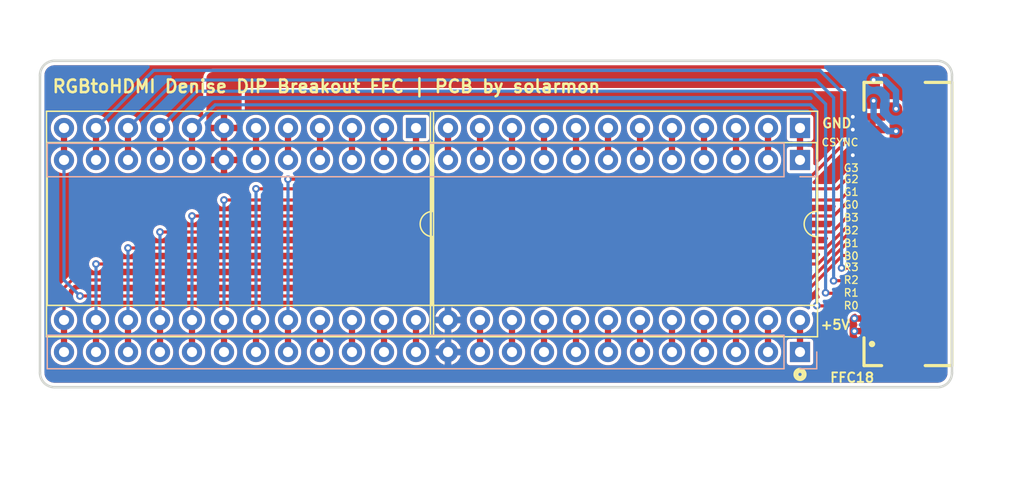
<source format=kicad_pcb>
(kicad_pcb (version 20171130) (host pcbnew "(5.1.9)-1")
  (title_block (title "RGBtoHDMI Denise Adapter - v2++ Rev 2 by solarmon") (date 2021-04-11) (rev "v2++ Rev 2"))
  (layers (0 F.Cu signal) (31 B.Cu signal) (34 B.Paste user) (35 F.Paste user) (36 B.SilkS user) (37 F.SilkS user) (38 B.Mask user) (39 F.Mask user) (44 Edge.Cuts user))
  (net 0 "")
  (net 1 GND)
  (net 2 /B0)
  (net 3 /R3)
  (net 4 /R2)
  (net 5 /R1)
  (net 6 /R0)
  (net 7 +5V)
  (net 8 "Net-(JDenise1-Pad18)")
  (net 9 "Net-(JDenise1-Pad17)")
  (net 10 "Net-(JDenise1-Pad16)")
  (net 11 "Net-(JDenise1-Pad15)")
  (net 12 "Net-(JDenise1-Pad14)")
  (net 13 "Net-(JDenise1-Pad12)")
  (net 14 "Net-(JDenise1-Pad11)")
  (net 15 /CDAC)
  (net 16 "Net-(JDenise1-Pad10)")
  (net 17 "Net-(JDenise1-Pad9)")
  (net 18 /CSYNC)
  (net 19 "Net-(JDenise1-Pad8)")
  (net 20 /G3)
  (net 21 "Net-(JDenise1-Pad7)")
  (net 22 /G2)
  (net 23 "Net-(JDenise1-Pad6)")
  (net 24 /G1)
  (net 25 "Net-(JDenise1-Pad5)")
  (net 26 /G0)
  (net 27 "Net-(JDenise1-Pad4)")
  (net 28 /B3)
  (net 29 "Net-(JDenise1-Pad3)")
  (net 30 /B2)
  (net 31 "Net-(JDenise1-Pad2)")
  (net 32 /B1)
  (net 33 "Net-(JDenise1-Pad1)")
  (net 34 "Net-(JDenise1-Pad19)")
  (net 35 "Net-(JDenise1-Pad20)")
  (net 36 "Net-(JDenise1-Pad21)")
  (net 37 "Net-(JDenise1-Pad22)")
  (net 38 "Net-(JDenise1-Pad23)")
  (net 39 "Net-(JDenise1-Pad24)")
  (net 40 "Net-(JDenise2-Pad24)")
  (net 41 "Net-(JDenise2-Pad21)")
  (net 42 "Net-(JDenise2-Pad6)")
  (net 43 "Net-(JDenise2-Pad5)")
  (net 44 "Net-(JDenise2-Pad4)")
  (net 45 "Net-(JDenise2-Pad3)")
  (net 46 "Net-(JDenise2-Pad2)")
  (net 47 "Net-(JDenise2-Pad1)")
  (net 48 /7M)
  (module solarmon_library:FPC-SMD_X10B25U18T (layer F.Cu) (at 167.64 75.565 270)
    (fp_text reference FFC18 (at 12.192 -0.254) (layer F.SilkS) (effects (font (size 0.75 0.75)) (justify right)))
    (fp_text value Conn_01x18 hide)
    (fp_line (start -11.24 -0.764) (end -11.24 0.635) (layer F.SilkS) (width 0.254))
    (fp_line (start -11.24 0.635) (end -9.031 0.635) (layer F.SilkS) (width 0.254))
    (fp_line (start -11.24 -6.35) (end -11.24 -4.226) (layer F.SilkS) (width 0.254))
    (fp_line (start 11.24 -6.35) (end -11.24 -6.35) (layer F.SilkS) (width 0.254))
    (fp_line (start 11.24 0.635) (end 9.031 0.635) (layer F.SilkS) (width 0.254))
    (fp_line (start 11.24 -4.226) (end 11.24 -6.35) (layer F.SilkS) (width 0.254))
    (fp_line (start 11.24 0.635) (end 11.24 -0.764) (layer F.SilkS) (width 0.254))
    (fp_circle (center 9.525 0) (end 9.398 0) (layer F.SilkS) (width 0.254))
    (pad MP smd rect (at 11.25 -2.495 90) (size 2.5 3) (layers F.Cu F.Paste F.Mask) (net 1 GND))
    (pad MP smd rect (at -11.25 -2.495 90) (size 2.5 3) (layers F.Cu F.Paste F.Mask) (net 1 GND))
    (pad 18 smd rect (at -8.5 -0.045 90) (size 0.6 2) (layers F.Cu F.Paste F.Mask) (net 1 GND))
    (pad 17 smd rect (at -7.5 -0.045 90) (size 0.6 2) (layers F.Cu F.Paste F.Mask) (net 1 GND))
    (pad 16 smd rect (at -6.5 -0.045 90) (size 0.6 2) (layers F.Cu F.Paste F.Mask) (net 18 /CSYNC))
    (pad 15 smd rect (at -5.5 -0.045 90) (size 0.6 2) (layers F.Cu F.Paste F.Mask) (net 1 GND))
    (pad 14 smd rect (at -4.5 -0.045 90) (size 0.6 2) (layers F.Cu F.Paste F.Mask) (net 20 /G3))
    (pad 13 smd rect (at -3.5 -0.045 90) (size 0.6 2) (layers F.Cu F.Paste F.Mask) (net 22 /G2))
    (pad 12 smd rect (at -2.5 -0.045 90) (size 0.6 2) (layers F.Cu F.Paste F.Mask) (net 24 /G1))
    (pad 11 smd rect (at -1.5 -0.045 90) (size 0.6 2) (layers F.Cu F.Paste F.Mask) (net 26 /G0))
    (pad 10 smd rect (at -0.5 -0.045 90) (size 0.6 2) (layers F.Cu F.Paste F.Mask) (net 28 /B3))
    (pad 9 smd rect (at 0.5 -0.045 90) (size 0.6 2) (layers F.Cu F.Paste F.Mask) (net 30 /B2))
    (pad 8 smd rect (at 1.5 -0.045 90) (size 0.6 2) (layers F.Cu F.Paste F.Mask) (net 32 /B1))
    (pad 7 smd rect (at 2.5 -0.045 90) (size 0.6 2) (layers F.Cu F.Paste F.Mask) (net 2 /B0))
    (pad 6 smd rect (at 3.5 -0.045 90) (size 0.6 2) (layers F.Cu F.Paste F.Mask) (net 3 /R3))
    (pad 5 smd rect (at 4.5 -0.045 90) (size 0.6 2) (layers F.Cu F.Paste F.Mask) (net 4 /R2))
    (pad 4 smd rect (at 5.5 -0.045 90) (size 0.6 2) (layers F.Cu F.Paste F.Mask) (net 5 /R1))
    (pad 3 smd rect (at 6.5 -0.045 90) (size 0.6 2) (layers F.Cu F.Paste F.Mask) (net 6 /R0))
    (pad 2 smd rect (at 7.5 -0.045 90) (size 0.6 2) (layers F.Cu F.Paste F.Mask) (net 7 +5V))
    (pad 1 smd rect (at 8.5 -0.045 90) (size 0.6 2) (layers F.Cu F.Paste F.Mask) (net 7 +5V))
  )
  (module solarmon_library:PinHeader_1x24_P2.54mm_Vertical_smaller (layer B.Cu) (at 161.925 85.725 90)
    (fp_text reference JMainBoard2 hide)
    (fp_text value Conn_01x24)
    (fp_line (start -1.33 1.33) (end 0 1.33) (layer B.SilkS) (width 0.12))
    (fp_line (start -1.33 0) (end -1.33 1.33) (layer B.SilkS) (width 0.12))
    (fp_line (start -1.33 -1.27) (end 1.33 -1.27) (layer B.SilkS) (width 0.12))
    (fp_line (start 1.33 -1.27) (end 1.33 -59.75) (layer B.SilkS) (width 0.12))
    (fp_line (start -1.33 -1.27) (end -1.33 -59.75) (layer B.SilkS) (width 0.12))
    (fp_line (start -1.33 -59.75) (end 1.33 -59.75) (layer B.SilkS) (width 0.12))
    (pad 24 thru_hole oval (at 0 -58.42 90) (size 1.6 1.6) (drill 0.8) (layers *.Cu *.Mask) (net 32 /B1))
    (pad 23 thru_hole oval (at 0 -55.88 90) (size 1.6 1.6) (drill 0.8) (layers *.Cu *.Mask) (net 30 /B2))
    (pad 22 thru_hole oval (at 0 -53.34 90) (size 1.6 1.6) (drill 0.8) (layers *.Cu *.Mask) (net 28 /B3))
    (pad 21 thru_hole oval (at 0 -50.8 90) (size 1.6 1.6) (drill 0.8) (layers *.Cu *.Mask) (net 26 /G0))
    (pad 20 thru_hole oval (at 0 -48.26 90) (size 1.6 1.6) (drill 0.8) (layers *.Cu *.Mask) (net 24 /G1))
    (pad 19 thru_hole oval (at 0 -45.72 90) (size 1.6 1.6) (drill 0.8) (layers *.Cu *.Mask) (net 22 /G2))
    (pad 18 thru_hole oval (at 0 -43.18 90) (size 1.6 1.6) (drill 0.8) (layers *.Cu *.Mask) (net 20 /G3))
    (pad 17 thru_hole oval (at 0 -40.64 90) (size 1.6 1.6) (drill 0.8) (layers *.Cu *.Mask) (net 18 /CSYNC))
    (pad 16 thru_hole oval (at 0 -38.1 90) (size 1.6 1.6) (drill 0.8) (layers *.Cu *.Mask) (net 41 "Net-(JDenise2-Pad21)"))
    (pad 15 thru_hole oval (at 0 -35.56 90) (size 1.6 1.6) (drill 0.8) (layers *.Cu *.Mask) (net 15 /CDAC))
    (pad 14 thru_hole oval (at 0 -33.02 90) (size 1.6 1.6) (drill 0.8) (layers *.Cu *.Mask) (net 48 /7M))
    (pad 13 thru_hole oval (at 0 -30.48 90) (size 1.6 1.6) (drill 0.8) (layers *.Cu *.Mask) (net 40 "Net-(JDenise2-Pad24)"))
    (pad 12 thru_hole oval (at 0 -27.94 90) (size 1.6 1.6) (drill 0.8) (layers *.Cu *.Mask) (net 1 GND))
    (pad 11 thru_hole oval (at 0 -25.4 90) (size 1.6 1.6) (drill 0.8) (layers *.Cu *.Mask) (net 12 "Net-(JDenise1-Pad14)"))
    (pad 10 thru_hole oval (at 0 -22.86 90) (size 1.6 1.6) (drill 0.8) (layers *.Cu *.Mask) (net 11 "Net-(JDenise1-Pad15)"))
    (pad 9 thru_hole oval (at 0 -20.32 90) (size 1.6 1.6) (drill 0.8) (layers *.Cu *.Mask) (net 10 "Net-(JDenise1-Pad16)"))
    (pad 8 thru_hole oval (at 0 -17.78 90) (size 1.6 1.6) (drill 0.8) (layers *.Cu *.Mask) (net 9 "Net-(JDenise1-Pad17)"))
    (pad 7 thru_hole oval (at 0 -15.24 90) (size 1.6 1.6) (drill 0.8) (layers *.Cu *.Mask) (net 8 "Net-(JDenise1-Pad18)"))
    (pad 6 thru_hole oval (at 0 -12.7 90) (size 1.6 1.6) (drill 0.8) (layers *.Cu *.Mask) (net 34 "Net-(JDenise1-Pad19)"))
    (pad 5 thru_hole oval (at 0 -10.16 90) (size 1.6 1.6) (drill 0.8) (layers *.Cu *.Mask) (net 35 "Net-(JDenise1-Pad20)"))
    (pad 4 thru_hole oval (at 0 -7.62 90) (size 1.6 1.6) (drill 0.8) (layers *.Cu *.Mask) (net 36 "Net-(JDenise1-Pad21)"))
    (pad 3 thru_hole oval (at 0 -5.08 90) (size 1.6 1.6) (drill 0.8) (layers *.Cu *.Mask) (net 37 "Net-(JDenise1-Pad22)"))
    (pad 2 thru_hole oval (at 0 -2.54 90) (size 1.6 1.6) (drill 0.8) (layers *.Cu *.Mask) (net 38 "Net-(JDenise1-Pad23)"))
    (pad 1 thru_hole rect (at 0 0 90) (size 1.6 1.6) (drill 0.8) (layers *.Cu *.Mask) (net 39 "Net-(JDenise1-Pad24)"))
  )
  (module solarmon_library:PinHeader_1x24_P2.54mm_Vertical_smaller (layer B.Cu) (at 161.925 70.485 90)
    (fp_text reference JMainBoard1 hide)
    (fp_text value Conn_01x24)
    (fp_line (start -1.33 1.33) (end 0 1.33) (layer B.SilkS) (width 0.12))
    (fp_line (start -1.33 0) (end -1.33 1.33) (layer B.SilkS) (width 0.12))
    (fp_line (start -1.33 -1.27) (end 1.33 -1.27) (layer B.SilkS) (width 0.12))
    (fp_line (start 1.33 -1.27) (end 1.33 -59.75) (layer B.SilkS) (width 0.12))
    (fp_line (start -1.33 -1.27) (end -1.33 -59.75) (layer B.SilkS) (width 0.12))
    (fp_line (start -1.33 -59.75) (end 1.33 -59.75) (layer B.SilkS) (width 0.12))
    (pad 24 thru_hole oval (at 0 -58.42 90) (size 1.6 1.6) (drill 0.8) (layers *.Cu *.Mask) (net 2 /B0))
    (pad 23 thru_hole oval (at 0 -55.88 90) (size 1.6 1.6) (drill 0.8) (layers *.Cu *.Mask) (net 3 /R3))
    (pad 22 thru_hole oval (at 0 -53.34 90) (size 1.6 1.6) (drill 0.8) (layers *.Cu *.Mask) (net 4 /R2))
    (pad 21 thru_hole oval (at 0 -50.8 90) (size 1.6 1.6) (drill 0.8) (layers *.Cu *.Mask) (net 5 /R1))
    (pad 20 thru_hole oval (at 0 -48.26 90) (size 1.6 1.6) (drill 0.8) (layers *.Cu *.Mask) (net 6 /R0))
    (pad 19 thru_hole oval (at 0 -45.72 90) (size 1.6 1.6) (drill 0.8) (layers *.Cu *.Mask) (net 7 +5V))
    (pad 18 thru_hole oval (at 0 -43.18 90) (size 1.6 1.6) (drill 0.8) (layers *.Cu *.Mask) (net 42 "Net-(JDenise2-Pad6)"))
    (pad 17 thru_hole oval (at 0 -40.64 90) (size 1.6 1.6) (drill 0.8) (layers *.Cu *.Mask) (net 43 "Net-(JDenise2-Pad5)"))
    (pad 16 thru_hole oval (at 0 -38.1 90) (size 1.6 1.6) (drill 0.8) (layers *.Cu *.Mask) (net 44 "Net-(JDenise2-Pad4)"))
    (pad 15 thru_hole oval (at 0 -35.56 90) (size 1.6 1.6) (drill 0.8) (layers *.Cu *.Mask) (net 45 "Net-(JDenise2-Pad3)"))
    (pad 14 thru_hole oval (at 0 -33.02 90) (size 1.6 1.6) (drill 0.8) (layers *.Cu *.Mask) (net 46 "Net-(JDenise2-Pad2)"))
    (pad 13 thru_hole oval (at 0 -30.48 90) (size 1.6 1.6) (drill 0.8) (layers *.Cu *.Mask) (net 47 "Net-(JDenise2-Pad1)"))
    (pad 12 thru_hole oval (at 0 -27.94 90) (size 1.6 1.6) (drill 0.8) (layers *.Cu *.Mask) (net 13 "Net-(JDenise1-Pad12)"))
    (pad 11 thru_hole oval (at 0 -25.4 90) (size 1.6 1.6) (drill 0.8) (layers *.Cu *.Mask) (net 14 "Net-(JDenise1-Pad11)"))
    (pad 10 thru_hole oval (at 0 -22.86 90) (size 1.6 1.6) (drill 0.8) (layers *.Cu *.Mask) (net 16 "Net-(JDenise1-Pad10)"))
    (pad 9 thru_hole oval (at 0 -20.32 90) (size 1.6 1.6) (drill 0.8) (layers *.Cu *.Mask) (net 17 "Net-(JDenise1-Pad9)"))
    (pad 8 thru_hole oval (at 0 -17.78 90) (size 1.6 1.6) (drill 0.8) (layers *.Cu *.Mask) (net 19 "Net-(JDenise1-Pad8)"))
    (pad 7 thru_hole oval (at 0 -15.24 90) (size 1.6 1.6) (drill 0.8) (layers *.Cu *.Mask) (net 21 "Net-(JDenise1-Pad7)"))
    (pad 6 thru_hole oval (at 0 -12.7 90) (size 1.6 1.6) (drill 0.8) (layers *.Cu *.Mask) (net 23 "Net-(JDenise1-Pad6)"))
    (pad 5 thru_hole oval (at 0 -10.16 90) (size 1.6 1.6) (drill 0.8) (layers *.Cu *.Mask) (net 25 "Net-(JDenise1-Pad5)"))
    (pad 4 thru_hole oval (at 0 -7.62 90) (size 1.6 1.6) (drill 0.8) (layers *.Cu *.Mask) (net 27 "Net-(JDenise1-Pad4)"))
    (pad 3 thru_hole oval (at 0 -5.08 90) (size 1.6 1.6) (drill 0.8) (layers *.Cu *.Mask) (net 29 "Net-(JDenise1-Pad3)"))
    (pad 2 thru_hole oval (at 0 -2.54 90) (size 1.6 1.6) (drill 0.8) (layers *.Cu *.Mask) (net 31 "Net-(JDenise1-Pad2)"))
    (pad 1 thru_hole rect (at 0 0 90) (size 1.6 1.6) (drill 0.8) (layers *.Cu *.Mask) (net 33 "Net-(JDenise1-Pad1)"))
  )
  (module Package_DIP:DIP-24_W15.24mm_Socket (layer F.Cu) (at 161.925 67.945 270)
    (fp_text reference JDenise1 hide)
    (fp_text value Conn_02x12_Counter_Clockwise)
    (fp_line (start 6.62 -1.33) (end 1.16 -1.33) (layer F.SilkS) (width 0.12))
    (fp_line (start 1.16 -1.33) (end 1.16 29.27) (layer F.SilkS) (width 0.12))
    (fp_line (start 1.16 29.27) (end 14.08 29.27) (layer F.SilkS) (width 0.12))
    (fp_line (start 14.08 29.27) (end 14.08 -1.33) (layer F.SilkS) (width 0.12))
    (fp_line (start 14.08 -1.33) (end 8.62 -1.33) (layer F.SilkS) (width 0.12))
    (fp_line (start -1.33 -1.39) (end -1.33 29.33) (layer F.SilkS) (width 0.12))
    (fp_line (start -1.33 29.33) (end 16.57 29.33) (layer F.SilkS) (width 0.12))
    (fp_line (start 16.57 29.33) (end 16.57 -1.39) (layer F.SilkS) (width 0.12))
    (fp_line (start 16.57 -1.39) (end -1.33 -1.39) (layer F.SilkS) (width 0.12))
    (fp_arc (start 7.62 -1.33) (end 6.62 -1.33) (angle -180) (layer F.SilkS) (width 0.12))
    (pad 1 thru_hole rect (at 0 0 270) (size 1.6 1.6) (drill 0.8) (layers *.Cu *.Mask) (net 33 "Net-(JDenise1-Pad1)"))
    (pad 13 thru_hole oval (at 15.24 27.94 270) (size 1.6 1.6) (drill 0.8) (layers *.Cu *.Mask) (net 1 GND))
    (pad 2 thru_hole oval (at 0 2.54 270) (size 1.6 1.6) (drill 0.8) (layers *.Cu *.Mask) (net 31 "Net-(JDenise1-Pad2)"))
    (pad 14 thru_hole oval (at 15.24 25.4 270) (size 1.6 1.6) (drill 0.8) (layers *.Cu *.Mask) (net 12 "Net-(JDenise1-Pad14)"))
    (pad 3 thru_hole oval (at 0 5.08 270) (size 1.6 1.6) (drill 0.8) (layers *.Cu *.Mask) (net 29 "Net-(JDenise1-Pad3)"))
    (pad 15 thru_hole oval (at 15.24 22.86 270) (size 1.6 1.6) (drill 0.8) (layers *.Cu *.Mask) (net 11 "Net-(JDenise1-Pad15)"))
    (pad 4 thru_hole oval (at 0 7.62 270) (size 1.6 1.6) (drill 0.8) (layers *.Cu *.Mask) (net 27 "Net-(JDenise1-Pad4)"))
    (pad 16 thru_hole oval (at 15.24 20.32 270) (size 1.6 1.6) (drill 0.8) (layers *.Cu *.Mask) (net 10 "Net-(JDenise1-Pad16)"))
    (pad 5 thru_hole oval (at 0 10.16 270) (size 1.6 1.6) (drill 0.8) (layers *.Cu *.Mask) (net 25 "Net-(JDenise1-Pad5)"))
    (pad 17 thru_hole oval (at 15.24 17.78 270) (size 1.6 1.6) (drill 0.8) (layers *.Cu *.Mask) (net 9 "Net-(JDenise1-Pad17)"))
    (pad 6 thru_hole oval (at 0 12.7 270) (size 1.6 1.6) (drill 0.8) (layers *.Cu *.Mask) (net 23 "Net-(JDenise1-Pad6)"))
    (pad 18 thru_hole oval (at 15.24 15.24 270) (size 1.6 1.6) (drill 0.8) (layers *.Cu *.Mask) (net 8 "Net-(JDenise1-Pad18)"))
    (pad 7 thru_hole oval (at 0 15.24 270) (size 1.6 1.6) (drill 0.8) (layers *.Cu *.Mask) (net 21 "Net-(JDenise1-Pad7)"))
    (pad 19 thru_hole oval (at 15.24 12.7 270) (size 1.6 1.6) (drill 0.8) (layers *.Cu *.Mask) (net 34 "Net-(JDenise1-Pad19)"))
    (pad 8 thru_hole oval (at 0 17.78 270) (size 1.6 1.6) (drill 0.8) (layers *.Cu *.Mask) (net 19 "Net-(JDenise1-Pad8)"))
    (pad 20 thru_hole oval (at 15.24 10.16 270) (size 1.6 1.6) (drill 0.8) (layers *.Cu *.Mask) (net 35 "Net-(JDenise1-Pad20)"))
    (pad 9 thru_hole oval (at 0 20.32 270) (size 1.6 1.6) (drill 0.8) (layers *.Cu *.Mask) (net 17 "Net-(JDenise1-Pad9)"))
    (pad 21 thru_hole oval (at 15.24 7.62 270) (size 1.6 1.6) (drill 0.8) (layers *.Cu *.Mask) (net 36 "Net-(JDenise1-Pad21)"))
    (pad 10 thru_hole oval (at 0 22.86 270) (size 1.6 1.6) (drill 0.8) (layers *.Cu *.Mask) (net 16 "Net-(JDenise1-Pad10)"))
    (pad 22 thru_hole oval (at 15.24 5.08 270) (size 1.6 1.6) (drill 0.8) (layers *.Cu *.Mask) (net 37 "Net-(JDenise1-Pad22)"))
    (pad 11 thru_hole oval (at 0 25.4 270) (size 1.6 1.6) (drill 0.8) (layers *.Cu *.Mask) (net 14 "Net-(JDenise1-Pad11)"))
    (pad 23 thru_hole oval (at 15.24 2.54 270) (size 1.6 1.6) (drill 0.8) (layers *.Cu *.Mask) (net 38 "Net-(JDenise1-Pad23)"))
    (pad 12 thru_hole oval (at 0 27.94 270) (size 1.6 1.6) (drill 0.8) (layers *.Cu *.Mask) (net 13 "Net-(JDenise1-Pad12)"))
    (pad 24 thru_hole oval (at 15.24 0 270) (size 1.6 1.6) (drill 0.8) (layers *.Cu *.Mask) (net 39 "Net-(JDenise1-Pad24)"))
  )
  (module Package_DIP:DIP-24_W15.24mm_Socket (layer F.Cu) (at 131.445 67.945 270)
    (fp_text reference JDenise2 hide)
    (fp_text value Conn_02x12_Counter_Clockwise)
    (fp_line (start 6.62 -1.33) (end 1.16 -1.33) (layer F.SilkS) (width 0.12))
    (fp_line (start 1.16 -1.33) (end 1.16 29.27) (layer F.SilkS) (width 0.12))
    (fp_line (start 1.16 29.27) (end 14.08 29.27) (layer F.SilkS) (width 0.12))
    (fp_line (start 14.08 29.27) (end 14.08 -1.33) (layer F.SilkS) (width 0.12))
    (fp_line (start 14.08 -1.33) (end 8.62 -1.33) (layer F.SilkS) (width 0.12))
    (fp_line (start -1.33 -1.39) (end -1.33 29.33) (layer F.SilkS) (width 0.12))
    (fp_line (start -1.33 29.33) (end 16.57 29.33) (layer F.SilkS) (width 0.12))
    (fp_line (start 16.57 29.33) (end 16.57 -1.39) (layer F.SilkS) (width 0.12))
    (fp_line (start 16.57 -1.39) (end -1.33 -1.39) (layer F.SilkS) (width 0.12))
    (fp_arc (start 7.62 -1.33) (end 6.62 -1.33) (angle -180) (layer F.SilkS) (width 0.12))
    (pad 1 thru_hole rect (at 0 0 270) (size 1.6 1.6) (drill 0.8) (layers *.Cu *.Mask) (net 47 "Net-(JDenise2-Pad1)"))
    (pad 13 thru_hole oval (at 15.24 27.94 270) (size 1.6 1.6) (drill 0.8) (layers *.Cu *.Mask) (net 32 /B1))
    (pad 2 thru_hole oval (at 0 2.54 270) (size 1.6 1.6) (drill 0.8) (layers *.Cu *.Mask) (net 46 "Net-(JDenise2-Pad2)"))
    (pad 14 thru_hole oval (at 15.24 25.4 270) (size 1.6 1.6) (drill 0.8) (layers *.Cu *.Mask) (net 30 /B2))
    (pad 3 thru_hole oval (at 0 5.08 270) (size 1.6 1.6) (drill 0.8) (layers *.Cu *.Mask) (net 45 "Net-(JDenise2-Pad3)"))
    (pad 15 thru_hole oval (at 15.24 22.86 270) (size 1.6 1.6) (drill 0.8) (layers *.Cu *.Mask) (net 28 /B3))
    (pad 4 thru_hole oval (at 0 7.62 270) (size 1.6 1.6) (drill 0.8) (layers *.Cu *.Mask) (net 44 "Net-(JDenise2-Pad4)"))
    (pad 16 thru_hole oval (at 15.24 20.32 270) (size 1.6 1.6) (drill 0.8) (layers *.Cu *.Mask) (net 26 /G0))
    (pad 5 thru_hole oval (at 0 10.16 270) (size 1.6 1.6) (drill 0.8) (layers *.Cu *.Mask) (net 43 "Net-(JDenise2-Pad5)"))
    (pad 17 thru_hole oval (at 15.24 17.78 270) (size 1.6 1.6) (drill 0.8) (layers *.Cu *.Mask) (net 24 /G1))
    (pad 6 thru_hole oval (at 0 12.7 270) (size 1.6 1.6) (drill 0.8) (layers *.Cu *.Mask) (net 42 "Net-(JDenise2-Pad6)"))
    (pad 18 thru_hole oval (at 15.24 15.24 270) (size 1.6 1.6) (drill 0.8) (layers *.Cu *.Mask) (net 22 /G2))
    (pad 7 thru_hole oval (at 0 15.24 270) (size 1.6 1.6) (drill 0.8) (layers *.Cu *.Mask) (net 7 +5V))
    (pad 19 thru_hole oval (at 15.24 12.7 270) (size 1.6 1.6) (drill 0.8) (layers *.Cu *.Mask) (net 20 /G3))
    (pad 8 thru_hole oval (at 0 17.78 270) (size 1.6 1.6) (drill 0.8) (layers *.Cu *.Mask) (net 6 /R0))
    (pad 20 thru_hole oval (at 15.24 10.16 270) (size 1.6 1.6) (drill 0.8) (layers *.Cu *.Mask) (net 18 /CSYNC))
    (pad 9 thru_hole oval (at 0 20.32 270) (size 1.6 1.6) (drill 0.8) (layers *.Cu *.Mask) (net 5 /R1))
    (pad 21 thru_hole oval (at 15.24 7.62 270) (size 1.6 1.6) (drill 0.8) (layers *.Cu *.Mask) (net 41 "Net-(JDenise2-Pad21)"))
    (pad 10 thru_hole oval (at 0 22.86 270) (size 1.6 1.6) (drill 0.8) (layers *.Cu *.Mask) (net 4 /R2))
    (pad 22 thru_hole oval (at 15.24 5.08 270) (size 1.6 1.6) (drill 0.8) (layers *.Cu *.Mask) (net 15 /CDAC))
    (pad 11 thru_hole oval (at 0 25.4 270) (size 1.6 1.6) (drill 0.8) (layers *.Cu *.Mask) (net 3 /R3))
    (pad 23 thru_hole oval (at 15.24 2.54 270) (size 1.6 1.6) (drill 0.8) (layers *.Cu *.Mask) (net 48 /7M))
    (pad 12 thru_hole oval (at 0 27.94 270) (size 1.6 1.6) (drill 0.8) (layers *.Cu *.Mask) (net 2 /B0))
    (pad 24 thru_hole oval (at 15.24 0 270) (size 1.6 1.6) (drill 0.8) (layers *.Cu *.Mask) (net 40 "Net-(JDenise2-Pad24)"))
  )
  (gr_text "RGBtoHDMI Denise DIP Breakout FFC | PCB by solarmon" (at 124.333 64.643) (layer F.SilkS) (effects (font (size 1 1) (thickness 0.2))))
  (gr_text R2 (at 165.989 80.01) (layer F.SilkS) (effects (font (size 0.6 0.6) (thickness 0.1))))
  (gr_text R3 (at 165.989 78.994) (layer F.SilkS) (effects (font (size 0.6 0.6) (thickness 0.1))))
  (gr_text R0 (at 165.989 82.042) (layer F.SilkS) (effects (font (size 0.6 0.6) (thickness 0.1))))
  (gr_text R1 (at 165.989 81.026) (layer F.SilkS) (effects (font (size 0.6 0.6) (thickness 0.1))))
  (gr_text B3 (at 165.989 75.057) (layer F.SilkS) (effects (font (size 0.6 0.6) (thickness 0.1))))
  (gr_text B2 (at 165.989 76.073) (layer F.SilkS) (effects (font (size 0.6 0.6) (thickness 0.1))))
  (gr_text B1 (at 165.989 77.089) (layer F.SilkS) (effects (font (size 0.6 0.6) (thickness 0.1))))
  (gr_text B0 (at 165.989 78.105) (layer F.SilkS) (effects (font (size 0.6 0.6) (thickness 0.1))))
  (gr_text G0 (at 165.989 74.041) (layer F.SilkS) (effects (font (size 0.6 0.6) (thickness 0.1))))
  (gr_text G1 (at 165.989 73.025) (layer F.SilkS) (effects (font (size 0.6 0.6) (thickness 0.1))))
  (gr_text G2 (at 165.989 72.009) (layer F.SilkS) (effects (font (size 0.6 0.6) (thickness 0.1))))
  (gr_text G3 (at 165.989 71.12) (layer F.SilkS) (effects (font (size 0.6 0.6) (thickness 0.1))))
  (gr_text CSYNC (at 165.1 69.088) (layer F.SilkS) (effects (font (size 0.6 0.6) (thickness 0.1))))
  (gr_text GND (at 164.846 67.564) (layer F.SilkS) (effects (font (size 0.75 0.75))))
  (gr_text +5V (at 164.719 83.566) (layer F.SilkS) (effects (font (size 0.75 0.75))))
  (gr_circle (center 161.925 87.503) (end 161.925 87.63) (layer F.SilkS) (width 0.4))
  (gr_arc (start 102.743 63.754) (end 102.743 62.611) (angle -90) (layer Edge.Cuts) (width 0.2))
  (gr_arc (start 102.743 87.376) (end 101.6 87.376) (angle -90) (layer Edge.Cuts) (width 0.2))
  (gr_arc (start 172.847 87.376) (end 172.847 88.519) (angle -90) (layer Edge.Cuts) (width 0.2))
  (gr_arc (start 172.847 63.754) (end 173.99 63.754) (angle -90) (layer Edge.Cuts) (width 0.2))
  (gr_line (start 172.847 88.519) (end 102.743 88.519) (layer Edge.Cuts) (width 0.2))
  (gr_line (start 173.99 63.754) (end 173.99 87.376) (layer Edge.Cuts) (width 0.2))
  (gr_line (start 172.847 62.611) (end 102.743 62.611) (layer Edge.Cuts) (width 0.2))
  (gr_line (start 101.6 63.754) (end 101.6 87.376) (layer Edge.Cuts) (width 0.2))
  (via (at 166.116 68.072) (size 0.6) (drill 0.3) (layers F.Cu B.Cu) (net 1))
  (via (at 166.116 70.104) (size 0.6) (drill 0.3) (layers F.Cu B.Cu) (net 1))
  (via (at 166.116 67.056) (size 0.6) (drill 0.3) (layers F.Cu B.Cu) (net 1))
  (segment (start 103.505 67.945) (end 103.505 70.485) (width 0.5) (layer F.Cu) (net 2))
  (via (at 104.775 81.28) (size 0.6) (drill 0.3) (layers F.Cu B.Cu) (net 2))
  (segment (start 103.505 70.485) (end 103.505 80.01) (width 0.25) (layer B.Cu) (net 2))
  (segment (start 103.505 80.01) (end 104.775 81.28) (width 0.25) (layer B.Cu) (net 2))
  (segment (start 162.079496 81.28) (end 104.775 81.28) (width 0.25) (layer F.Cu) (net 2))
  (segment (start 165.294496 78.065) (end 162.079496 81.28) (width 0.25) (layer F.Cu) (net 2))
  (segment (start 167.365 78.065) (end 165.294496 78.065) (width 0.25) (layer F.Cu) (net 2))
  (segment (start 106.045 67.945) (end 106.045 70.485) (width 0.5) (layer F.Cu) (net 3))
  (segment (start 165.227 65.0875) (end 165.227 79.0575) (width 0.25) (layer B.Cu) (net 3))
  (segment (start 165.2345 79.065) (end 165.227 79.0575) (width 0.25) (layer F.Cu) (net 3))
  (segment (start 167.365 79.065) (end 165.2345 79.065) (width 0.25) (layer F.Cu) (net 3))
  (segment (start 110.617 63.373) (end 163.5125 63.373) (width 0.25) (layer B.Cu) (net 3))
  (segment (start 106.045 67.945) (end 110.617 63.373) (width 0.25) (layer B.Cu) (net 3))
  (via (at 165.227 79.0575) (size 0.6) (drill 0.3) (layers F.Cu B.Cu) (net 3))
  (segment (start 163.5125 63.373) (end 165.227 65.0875) (width 0.25) (layer B.Cu) (net 3))
  (segment (start 108.585 67.945) (end 108.585 70.485) (width 0.5) (layer F.Cu) (net 4))
  (segment (start 164.591998 65.533409) (end 164.591998 80.0735) (width 0.25) (layer B.Cu) (net 4))
  (segment (start 164.600498 80.065) (end 164.591998 80.0735) (width 0.25) (layer F.Cu) (net 4))
  (via (at 164.591998 80.0735) (size 0.6) (drill 0.3) (layers F.Cu B.Cu) (net 4))
  (segment (start 108.585 67.945) (end 112.395 64.135) (width 0.25) (layer B.Cu) (net 4))
  (segment (start 167.365 80.065) (end 164.600498 80.065) (width 0.25) (layer F.Cu) (net 4))
  (segment (start 112.395 64.135) (end 163.193589 64.135) (width 0.25) (layer B.Cu) (net 4))
  (segment (start 163.193589 64.135) (end 164.591998 65.533409) (width 0.25) (layer B.Cu) (net 4))
  (segment (start 111.125 67.945) (end 111.125 70.485) (width 0.5) (layer F.Cu) (net 5))
  (segment (start 167.365 81.065) (end 163.996 81.065) (width 0.25) (layer F.Cu) (net 5))
  (segment (start 163.996 81.065) (end 163.957 81.026) (width 0.25) (layer F.Cu) (net 5))
  (via (at 163.957 81.026) (size 0.6) (drill 0.3) (layers F.Cu B.Cu) (net 5))
  (segment (start 163.957 79.656498) (end 163.957 81.026) (width 0.25) (layer B.Cu) (net 5))
  (segment (start 163.957 66.04) (end 163.957 79.656498) (width 0.25) (layer B.Cu) (net 5))
  (segment (start 162.941 65.024) (end 163.957 66.04) (width 0.25) (layer B.Cu) (net 5))
  (segment (start 114.046 65.024) (end 162.941 65.024) (width 0.25) (layer B.Cu) (net 5))
  (segment (start 111.125 67.945) (end 114.046 65.024) (width 0.25) (layer B.Cu) (net 5))
  (segment (start 113.665 67.945) (end 113.665 70.485) (width 0.5) (layer F.Cu) (net 6))
  (segment (start 163.2585 66.6115) (end 163.2585 82.042) (width 0.25) (layer B.Cu) (net 6))
  (segment (start 115.5065 66.1035) (end 162.7505 66.1035) (width 0.25) (layer B.Cu) (net 6))
  (segment (start 113.665 67.945) (end 115.5065 66.1035) (width 0.25) (layer B.Cu) (net 6))
  (segment (start 163.2815 82.065) (end 163.2585 82.042) (width 0.25) (layer F.Cu) (net 6))
  (segment (start 162.7505 66.1035) (end 163.2585 66.6115) (width 0.25) (layer B.Cu) (net 6))
  (segment (start 167.365 82.065) (end 163.2815 82.065) (width 0.25) (layer F.Cu) (net 6))
  (via (at 163.2585 82.042) (size 0.6) (drill 0.3) (layers F.Cu B.Cu) (net 6))
  (segment (start 167.358 83.058) (end 167.365 83.065) (width 0.25) (layer F.Cu) (net 7))
  (via (at 166.243 83.058) (size 0.6) (drill 0.3) (layers F.Cu B.Cu) (net 7))
  (via (at 166.243 84.074) (size 0.6) (drill 0.3) (layers F.Cu B.Cu) (net 7))
  (via (at 169.545 66.421) (size 0.6) (drill 0.3) (layers F.Cu B.Cu) (net 7))
  (via (at 167.767 64.135) (size 0.6) (drill 0.3) (layers F.Cu B.Cu) (net 7))
  (segment (start 169.545 65.024) (end 169.545 66.421) (width 0.5) (layer B.Cu) (net 7))
  (segment (start 168.656 64.135) (end 169.545 65.024) (width 0.5) (layer B.Cu) (net 7))
  (segment (start 167.767 64.135) (end 168.656 64.135) (width 0.5) (layer B.Cu) (net 7))
  (via (at 167.767 65.786) (size 0.6) (drill 0.3) (layers F.Cu B.Cu) (net 7))
  (via (at 169.545 68.199) (size 0.6) (drill 0.3) (layers F.Cu B.Cu) (net 7))
  (segment (start 168.91 68.199) (end 169.545 68.199) (width 0.5) (layer B.Cu) (net 7))
  (segment (start 167.767 67.056) (end 168.91 68.199) (width 0.5) (layer B.Cu) (net 7))
  (segment (start 167.767 65.786) (end 167.767 67.056) (width 0.5) (layer B.Cu) (net 7))
  (segment (start 146.685 83.185) (end 146.685 85.725) (width 0.5) (layer F.Cu) (net 8))
  (segment (start 144.145 83.185) (end 144.145 85.725) (width 0.5) (layer F.Cu) (net 9))
  (segment (start 141.605 83.185) (end 141.605 85.725) (width 0.5) (layer F.Cu) (net 10))
  (segment (start 139.065 83.185) (end 139.065 85.725) (width 0.5) (layer F.Cu) (net 11))
  (segment (start 136.525 83.185) (end 136.525 85.725) (width 0.5) (layer F.Cu) (net 12))
  (segment (start 133.985 67.945) (end 133.985 70.485) (width 0.5) (layer F.Cu) (net 13))
  (segment (start 136.525 67.945) (end 136.525 70.485) (width 0.5) (layer F.Cu) (net 14))
  (segment (start 126.365 83.185) (end 126.365 85.725) (width 0.5) (layer F.Cu) (net 15))
  (segment (start 139.065 67.945) (end 139.065 70.485) (width 0.5) (layer F.Cu) (net 16))
  (segment (start 141.605 67.945) (end 141.605 70.485) (width 0.5) (layer F.Cu) (net 17))
  (segment (start 121.285 83.185) (end 121.285 85.725) (width 0.5) (layer F.Cu) (net 18))
  (via (at 121.285 72.009) (size 0.6) (drill 0.3) (layers F.Cu B.Cu) (net 18))
  (segment (start 121.285 83.185) (end 121.285 72.009) (width 0.25) (layer B.Cu) (net 18))
  (segment (start 165.530002 69.065) (end 167.365 69.065) (width 0.25) (layer F.Cu) (net 18))
  (segment (start 162.586002 72.009) (end 165.530002 69.065) (width 0.25) (layer F.Cu) (net 18))
  (segment (start 121.285 72.009) (end 162.586002 72.009) (width 0.25) (layer F.Cu) (net 18))
  (segment (start 144.145 67.945) (end 144.145 70.485) (width 0.5) (layer F.Cu) (net 19))
  (segment (start 118.745 83.185) (end 118.745 85.725) (width 0.5) (layer F.Cu) (net 20))
  (segment (start 118.745 73.025) (end 118.745 72.771) (width 0.25) (layer B.Cu) (net 20))
  (via (at 118.745 72.771) (size 0.6) (drill 0.3) (layers F.Cu B.Cu) (net 20))
  (segment (start 118.745 83.185) (end 118.745 73.025) (width 0.25) (layer B.Cu) (net 20))
  (segment (start 164.846 72.771) (end 118.745 72.771) (width 0.25) (layer F.Cu) (net 20))
  (segment (start 166.552 71.065) (end 164.846 72.771) (width 0.25) (layer F.Cu) (net 20))
  (segment (start 167.365 71.065) (end 166.552 71.065) (width 0.25) (layer F.Cu) (net 20))
  (segment (start 146.685 67.945) (end 146.685 70.485) (width 0.5) (layer F.Cu) (net 21))
  (segment (start 116.205 83.185) (end 116.205 85.725) (width 0.5) (layer F.Cu) (net 22))
  (via (at 116.205 73.66) (size 0.6) (drill 0.3) (layers F.Cu B.Cu) (net 22))
  (segment (start 116.205 83.185) (end 116.205 73.66) (width 0.25) (layer B.Cu) (net 22))
  (segment (start 165.1 73.66) (end 116.205 73.66) (width 0.25) (layer F.Cu) (net 22))
  (segment (start 166.695 72.065) (end 165.1 73.66) (width 0.25) (layer F.Cu) (net 22))
  (segment (start 167.365 72.065) (end 166.695 72.065) (width 0.25) (layer F.Cu) (net 22))
  (segment (start 149.225 67.945) (end 149.225 70.485) (width 0.5) (layer F.Cu) (net 23))
  (segment (start 113.665 83.185) (end 113.665 85.725) (width 0.5) (layer F.Cu) (net 24))
  (segment (start 113.665 83.185) (end 113.665 74.93) (width 0.25) (layer B.Cu) (net 24))
  (via (at 113.665 74.93) (size 0.6) (drill 0.3) (layers F.Cu B.Cu) (net 24))
  (segment (start 164.592 74.93) (end 113.665 74.93) (width 0.25) (layer F.Cu) (net 24))
  (segment (start 166.457 73.065) (end 164.592 74.93) (width 0.25) (layer F.Cu) (net 24))
  (segment (start 167.365 73.065) (end 166.457 73.065) (width 0.25) (layer F.Cu) (net 24))
  (segment (start 151.765 67.945) (end 151.765 70.485) (width 0.5) (layer F.Cu) (net 25))
  (segment (start 111.125 83.185) (end 111.125 85.725) (width 0.5) (layer F.Cu) (net 26))
  (segment (start 164.48 76.2) (end 111.125 76.2) (width 0.25) (layer F.Cu) (net 26))
  (segment (start 166.615 74.065) (end 164.48 76.2) (width 0.25) (layer F.Cu) (net 26))
  (segment (start 167.365 74.065) (end 166.615 74.065) (width 0.25) (layer F.Cu) (net 26))
  (segment (start 111.125 83.185) (end 111.125 76.2) (width 0.25) (layer B.Cu) (net 26))
  (via (at 111.125 76.2) (size 0.6) (drill 0.3) (layers F.Cu B.Cu) (net 26))
  (segment (start 154.305 67.945) (end 154.305 70.485) (width 0.5) (layer F.Cu) (net 27))
  (segment (start 108.585 83.185) (end 108.585 85.725) (width 0.5) (layer F.Cu) (net 28))
  (segment (start 108.585 77.470014) (end 108.584986 77.47) (width 0.25) (layer B.Cu) (net 28))
  (segment (start 108.585 83.185) (end 108.585 77.470014) (width 0.25) (layer B.Cu) (net 28))
  (via (at 108.584986 77.47) (size 0.6) (drill 0.3) (layers F.Cu B.Cu) (net 28))
  (segment (start 166.385264 75.065) (end 163.980264 77.47) (width 0.25) (layer F.Cu) (net 28))
  (segment (start 163.980264 77.47) (end 108.584986 77.47) (width 0.25) (layer F.Cu) (net 28))
  (segment (start 167.365 75.065) (end 166.385264 75.065) (width 0.25) (layer F.Cu) (net 28))
  (segment (start 156.845 67.945) (end 156.845 70.485) (width 0.5) (layer F.Cu) (net 29))
  (segment (start 106.045 83.185) (end 106.045 85.725) (width 0.5) (layer F.Cu) (net 30))
  (segment (start 106.045 83.185) (end 106.045 78.74) (width 0.25) (layer B.Cu) (net 30))
  (via (at 106.045 78.74) (size 0.6) (drill 0.3) (layers F.Cu B.Cu) (net 30))
  (segment (start 167.365 76.065) (end 166.021674 76.065) (width 0.25) (layer F.Cu) (net 30))
  (segment (start 163.346674 78.74) (end 106.045 78.74) (width 0.25) (layer F.Cu) (net 30))
  (segment (start 166.021674 76.065) (end 163.346674 78.74) (width 0.25) (layer F.Cu) (net 30))
  (segment (start 159.385 67.945) (end 159.385 70.485) (width 0.5) (layer F.Cu) (net 31))
  (segment (start 103.505 83.185) (end 103.505 85.725) (width 0.5) (layer F.Cu) (net 32))
  (segment (start 162.713085 80.01) (end 165.658085 77.065) (width 0.25) (layer F.Cu) (net 32))
  (segment (start 103.505 80.645) (end 104.14 80.01) (width 0.25) (layer F.Cu) (net 32))
  (segment (start 103.505 83.185) (end 103.505 80.645) (width 0.25) (layer F.Cu) (net 32))
  (segment (start 104.14 80.01) (end 162.713085 80.01) (width 0.25) (layer F.Cu) (net 32))
  (segment (start 165.658085 77.065) (end 167.365 77.065) (width 0.25) (layer F.Cu) (net 32))
  (segment (start 161.925 67.945) (end 161.925 70.485) (width 0.5) (layer F.Cu) (net 33))
  (segment (start 149.225 83.185) (end 149.225 85.725) (width 0.5) (layer F.Cu) (net 34))
  (segment (start 151.765 83.185) (end 151.765 85.725) (width 0.5) (layer F.Cu) (net 35))
  (segment (start 154.305 83.185) (end 154.305 85.725) (width 0.5) (layer F.Cu) (net 36))
  (segment (start 156.845 83.185) (end 156.845 85.725) (width 0.5) (layer F.Cu) (net 37))
  (segment (start 159.385 83.185) (end 159.385 85.725) (width 0.5) (layer F.Cu) (net 38))
  (segment (start 161.925 83.185) (end 161.925 85.725) (width 0.5) (layer F.Cu) (net 39))
  (segment (start 131.445 83.185) (end 131.445 85.725) (width 0.5) (layer F.Cu) (net 40))
  (segment (start 123.825 83.185) (end 123.825 85.725) (width 0.5) (layer F.Cu) (net 41))
  (segment (start 118.745 67.945) (end 118.745 70.485) (width 0.5) (layer F.Cu) (net 42))
  (segment (start 121.285 67.945) (end 121.285 70.485) (width 0.5) (layer F.Cu) (net 43))
  (segment (start 123.825 67.945) (end 123.825 70.485) (width 0.5) (layer F.Cu) (net 44))
  (segment (start 126.365 67.945) (end 126.365 70.485) (width 0.5) (layer F.Cu) (net 45))
  (segment (start 128.905 67.945) (end 128.905 70.485) (width 0.5) (layer F.Cu) (net 46))
  (segment (start 131.445 67.945) (end 131.445 70.485) (width 0.5) (layer F.Cu) (net 47))
  (segment (start 128.905 83.185) (end 128.905 85.725) (width 0.5) (layer F.Cu) (net 48))
  (zone (net 1) (net_name GND) (layer B.Cu) (connect_pads (clearance 0.254)) (min_thickness 0.254) (fill yes (arc_segments 16) (thermal_gap 0.254) (thermal_bridge_width 0.508) (smoothing fillet) (radius 0.5))
    (polygon (pts (xy 98.425 57.785) (xy 179.705 57.785) (xy 179.705 95.885) (xy 98.425 95.885)))
  )
  (zone (net 1) (net_name GND) (layer F.Cu) (connect_pads (clearance 0.254)) (min_thickness 0.254) (fill yes (arc_segments 16) (thermal_gap 0.254) (thermal_bridge_width 0.508) (smoothing fillet) (radius 0.5))
    (polygon (pts (xy 100.965 60.325) (xy 177.165 60.325) (xy 177.165 93.345) (xy 100.965 93.345)))
  )
  (zone (net 7) (net_name +5V) (layer F.Cu) (priority 1) (connect_pads (clearance 0.254)) (min_thickness 0.254) (fill yes (arc_segments 32) (thermal_gap 0.254) (thermal_bridge_width 0.508) (smoothing fillet) (radius 0.5))
    (polygon (pts (xy 168.275 63.5) (xy 168.275 65.913) (xy 170.053 65.913) (xy 170.053 84.963) (xy 165.862 84.963) (xy 165.862 82.677) (xy 169.037 82.677) (xy 169.037 66.421) (xy 166.878 66.421) (xy 166.878 64.77) (xy 117.602 64.77) (xy 117.602 71.882) (xy 114.808 71.882) (xy 114.808 63.5)))
  )
)
</source>
